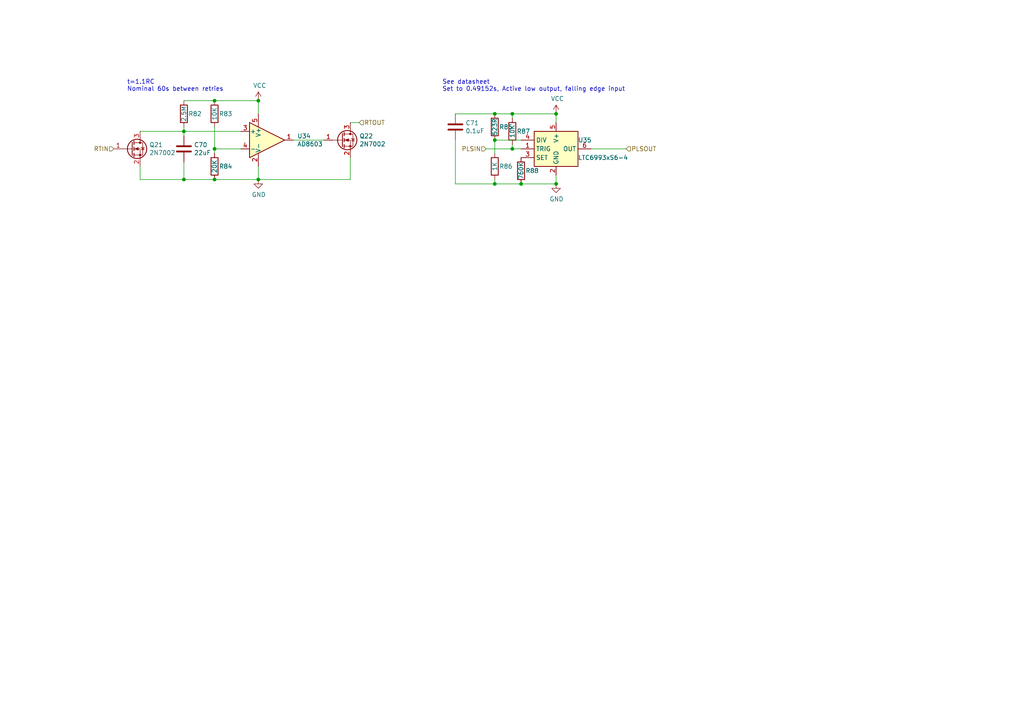
<source format=kicad_sch>
(kicad_sch (version 20211123) (generator eeschema)
  (paper "A4")
  (title_block (title "TJ Custom EPS") (rev "0.1") (company "TJHSST Nanosatellite Club") (comment 4 "Engineer: Alan Hsu"))
  (lib_symbols
    (symbol "Amplifier_Operational:AD8603" (pin_names (offset 0.127))
      (property "Reference" "U" (at 0 5.08 0))
      (property "Value" "AD8603" (at 0 -5.08 0))
      (symbol "AD8603_0_1"
        (polyline (pts (xy -5.08 5.08) (xy 5.08 0) (xy -5.08 -5.08) (xy -5.08 5.08)) (stroke (width 0.254)) (fill (type background)))
        (pin power_in line (at -2.54 -7.62 90) (length 3.81) (name "V-") (number "2"))
        (pin power_in line (at -2.54 7.62 270) (length 3.81) (name "V+") (number "5"))
      )
      (symbol "AD8603_1_1"
        (pin output line (at 7.62 0 180) (length 2.54) (name "~") (number "1"))
        (pin input line (at -7.62 2.54 0) (length 2.54) (name "+") (number "3"))
        (pin input line (at -7.62 -2.54 0) (length 2.54) (name "-") (number "4"))
      )
    )
    (symbol "Device:C" (pin_numbers hide) (pin_names (offset 0.254))
      (property "Reference" "C" (at 0.635 2.54 0))
      (property "Value" "C" (at 0.635 -2.54 0))
      (symbol "C_0_1"
        (polyline (pts (xy -2.032 -0.762) (xy 2.032 -0.762)) (stroke (width 0.508)))
        (polyline (pts (xy -2.032 0.762) (xy 2.032 0.762)) (stroke (width 0.508)))
      )
      (symbol "C_1_1"
        (pin passive line (at 0 3.81 270) (length 2.794) (name "~") (number "1"))
        (pin passive line (at 0 -3.81 90) (length 2.794) (name "~") (number "2"))
      )
    )
    (symbol "Device:R" (pin_numbers hide) (pin_names (offset 0))
      (property "Reference" "R" (at 2.032 0 90))
      (property "Value" "R" (at 0 0 90))
      (symbol "R_0_1"
        (rectangle (start -1.016 -2.54) (end 1.016 2.54) (stroke (width 0.254)))
      )
      (symbol "R_1_1"
        (pin passive line (at 0 3.81 270) (length 1.27) (name "~") (number "1"))
        (pin passive line (at 0 -3.81 90) (length 1.27) (name "~") (number "2"))
      )
    )
    (symbol "Timer:LTC6993xS6-4"
      (property "Reference" "U" (at -5.08 6.35 0))
      (property "Value" "LTC6993xS6-4" (at 7.62 6.35 0))
      (symbol "LTC6993xS6-4_0_1"
        (rectangle (start -6.35 5.08) (end 6.35 -5.08) (stroke (width 0.254)) (fill (type background)))
      )
      (symbol "LTC6993xS6-4_1_1"
        (pin input line (at -10.16 0 0) (length 3.81) (name "TRIG") (number "1"))
        (pin power_in line (at 0 -7.62 90) (length 2.54) (name "GND") (number "2"))
        (pin passive line (at -10.16 -2.54 0) (length 3.81) (name "SET") (number "3"))
        (pin input line (at -10.16 2.54 0) (length 3.81) (name "DIV") (number "4"))
        (pin power_in line (at 0 7.62 270) (length 2.54) (name "V+") (number "5"))
        (pin output line (at 10.16 0 180) (length 3.81) (name "OUT") (number "6"))
      )
    )
    (symbol "Transistor_FET:2N7002" (pin_names hide)
      (property "Reference" "Q" (at 5.08 1.905 0))
      (property "Value" "2N7002" (at 5.08 0 0))
      (symbol "2N7002_0_1"
        (polyline (pts (xy 0.254 0) (xy -2.54 0)))
        (polyline (pts (xy 0.254 1.905) (xy 0.254 -1.905)) (stroke (width 0.254)))
        (polyline (pts (xy 0.762 -1.27) (xy 0.762 -2.286)) (stroke (width 0.254)))
        (polyline (pts (xy 0.762 0.508) (xy 0.762 -0.508)) (stroke (width 0.254)))
        (polyline (pts (xy 0.762 2.286) (xy 0.762 1.27)) (stroke (width 0.254)))
        (polyline (pts (xy 2.54 2.54) (xy 2.54 1.778)))
        (polyline (pts (xy 2.54 -2.54) (xy 2.54 0) (xy 0.762 0)))
        (polyline (pts (xy 0.762 -1.778) (xy 3.302 -1.778) (xy 3.302 1.778) (xy 0.762 1.778)))
        (polyline (pts (xy 1.016 0) (xy 2.032 0.381) (xy 2.032 -0.381) (xy 1.016 0)) (fill (type outline)))
        (polyline (pts (xy 2.794 0.508) (xy 2.921 0.381) (xy 3.683 0.381) (xy 3.81 0.254)))
        (polyline (pts (xy 3.302 0.381) (xy 2.921 -0.254) (xy 3.683 -0.254) (xy 3.302 0.381)))
        (circle (center 1.651 0) (radius 2.794) (stroke (width 0.254)))
        (circle (center 2.54 -1.778) (radius 0.254) (fill (type outline)))
        (circle (center 2.54 1.778) (radius 0.254) (fill (type outline)))
      )
      (symbol "2N7002_1_1"
        (pin input line (at -5.08 0 0) (length 2.54) (name "G") (number "1"))
        (pin passive line (at 2.54 -5.08 90) (length 2.54) (name "S") (number "2"))
        (pin passive line (at 2.54 5.08 270) (length 2.54) (name "D") (number "3"))
      )
    )
    (symbol "power:GND" (power) (pin_names (offset 0))
      (property "Value" "GND" (at 0 -3.81 0))
      (symbol "GND_0_1"
        (polyline (pts (xy 0 0) (xy 0 -1.27) (xy 1.27 -1.27) (xy 0 -2.54) (xy -1.27 -1.27) (xy 0 -1.27)))
      )
      (symbol "GND_1_1"
        (pin power_in line (at 0 0 270) (length 0) hide (name "GND") (number "1"))
      )
    )
    (symbol "power:VCC" (power) (pin_names (offset 0))
      (property "Value" "VCC" (at 0 3.81 0))
      (symbol "VCC_0_1"
        (polyline (pts (xy -0.762 1.27) (xy 0 2.54)))
        (polyline (pts (xy 0 0) (xy 0 2.54)))
        (polyline (pts (xy 0 2.54) (xy 0.762 1.27)))
      )
      (symbol "VCC_1_1"
        (pin power_in line (at 0 0 90) (length 0) hide (name "VCC") (number "1"))
      )
    )
  )
  (junction (at 143.51 33.02))
  (junction (at 62.23 29.21))
  (junction (at 53.34 38.1))
  (junction (at 62.23 43.18))
  (junction (at 151.13 53.34))
  (junction (at 143.51 40.64))
  (junction (at 53.34 52.07))
  (junction (at 161.29 53.34))
  (junction (at 74.93 52.07))
  (junction (at 148.59 33.02))
  (junction (at 143.51 53.34))
  (junction (at 148.59 43.18))
  (junction (at 74.93 29.21))
  (junction (at 62.23 52.07))
  (junction (at 161.29 33.02))
  (wire (pts (xy 148.59 33.02) (xy 161.29 33.02)))
  (wire (pts (xy 53.34 38.1) (xy 53.34 36.83)))
  (wire (pts (xy 53.34 29.21) (xy 62.23 29.21)))
  (wire (pts (xy 104.14 35.56) (xy 101.6 35.56)))
  (wire (pts (xy 143.51 53.34) (xy 143.51 52.07)))
  (wire (pts (xy 40.64 52.07) (xy 53.34 52.07)))
  (wire (pts (xy 62.23 52.07) (xy 74.93 52.07)))
  (wire (pts (xy 151.13 40.64) (xy 143.51 40.64)))
  (wire (pts (xy 148.59 34.29) (xy 148.59 33.02)))
  (wire (pts (xy 151.13 43.18) (xy 148.59 43.18)))
  (wire (pts (xy 143.51 53.34) (xy 151.13 53.34)))
  (wire (pts (xy 143.51 33.02) (xy 148.59 33.02)))
  (wire (pts (xy 143.51 40.64) (xy 143.51 44.45)))
  (wire (pts (xy 53.34 52.07) (xy 62.23 52.07)))
  (wire (pts (xy 40.64 48.26) (xy 40.64 52.07)))
  (wire (pts (xy 62.23 43.18) (xy 69.85 43.18)))
  (wire (pts (xy 148.59 41.91) (xy 148.59 43.18)))
  (wire (pts (xy 171.45 43.18) (xy 181.61 43.18)))
  (wire (pts (xy 151.13 53.34) (xy 161.29 53.34)))
  (wire (pts (xy 40.64 38.1) (xy 53.34 38.1)))
  (wire (pts (xy 132.08 53.34) (xy 132.08 40.64)))
  (wire (pts (xy 53.34 46.99) (xy 53.34 52.07)))
  (wire (pts (xy 143.51 53.34) (xy 132.08 53.34)))
  (wire (pts (xy 93.98 40.64) (xy 85.09 40.64)))
  (wire (pts (xy 62.23 29.21) (xy 74.93 29.21)))
  (wire (pts (xy 161.29 50.8) (xy 161.29 53.34)))
  (wire (pts (xy 62.23 36.83) (xy 62.23 43.18)))
  (wire (pts (xy 161.29 33.02) (xy 161.29 35.56)))
  (wire (pts (xy 101.6 52.07) (xy 74.93 52.07)))
  (wire (pts (xy 101.6 45.72) (xy 101.6 52.07)))
  (wire (pts (xy 53.34 38.1) (xy 53.34 39.37)))
  (wire (pts (xy 62.23 43.18) (xy 62.23 44.45)))
  (wire (pts (xy 53.34 38.1) (xy 69.85 38.1)))
  (wire (pts (xy 148.59 43.18) (xy 140.97 43.18)))
  (wire (pts (xy 74.93 48.26) (xy 74.93 52.07)))
  (wire (pts (xy 74.93 33.02) (xy 74.93 29.21)))
  (wire (pts (xy 132.08 33.02) (xy 143.51 33.02)))
  (text "See datasheet\nSet to 0.49152s, Active low output, falling edge input" (at 128.27 26.67 0) (effects (font (size 1.27 1.27)) (justify left bottom)))
  (text "t=1.1RC\nNominal 60s between retries" (at 36.83 26.67 0) (effects (font (size 1.27 1.27)) (justify left bottom)))
  (hierarchical_label "RTOUT" (shape input) (at 104.14 35.56 0))
  (hierarchical_label "RTIN" (shape input) (at 33.02 43.18 180))
  (hierarchical_label "PLSOUT" (shape input) (at 181.61 43.18 0))
  (hierarchical_label "PLSIN" (shape input) (at 140.97 43.18 180))
  (symbol (lib_id "Transistor_FET:2N7002") (at 38.1 43.18 0) (unit 1)
    (property "Reference" "Q21" (at 43.2816 42.0116 0) (effects (justify left)))
    (property "Value" "2N7002" (at 43.2816 44.323 0) (effects (justify left)))
    (property "Footprint" "Package_TO_SOT_SMD:SOT-23" (effects hide))
    (property "Datasheet" "https://www.onsemi.com/pub/Collateral/NDS7002A-D.PDF" (effects hide))
  )
  (symbol (lib_id "Amplifier_Operational:AD8603") (at 77.47 40.64 0) (unit 1)
    (property "Reference" "U34" (at 86.2076 39.4716 0) (effects (justify left)))
    (property "Value" "AD8603" (at 86.2076 41.783 0) (effects (justify left)))
    (property "Footprint" "Package_TO_SOT_SMD:TSOT-23-5" (effects hide))
    (property "Datasheet" "https://www.analog.com/media/en/technical-documentation/data-sheets/AD8603_8607_8609.pdf" (effects hide))
  )
  (symbol (lib_id "Transistor_FET:2N7002") (at 99.06 40.64 0) (unit 1)
    (property "Reference" "Q22" (at 104.2416 39.4716 0) (effects (justify left)))
    (property "Value" "2N7002" (at 104.2416 41.783 0) (effects (justify left)))
    (property "Footprint" "Package_TO_SOT_SMD:SOT-23" (effects hide))
    (property "Datasheet" "https://www.onsemi.com/pub/Collateral/NDS7002A-D.PDF" (effects hide))
  )
  (symbol (lib_id "Device:R") (at 62.23 33.02 0) (unit 1)
    (property "Reference" "R83" (at 63.5 33.02 0) (effects (justify left)))
    (property "Value" "10K" (at 62.23 33.02 90))
    (property "Footprint" "Resistor_SMD:R_0805_2012Metric" (effects hide))
  )
  (symbol (lib_id "Device:R") (at 62.23 48.26 0) (unit 1)
    (property "Reference" "R84" (at 63.5 48.26 0) (effects (justify left)))
    (property "Value" "20K" (at 62.23 48.26 90))
    (property "Footprint" "Resistor_SMD:R_0805_2012Metric" (effects hide))
  )
  (symbol (lib_id "power:VCC") (at 74.93 29.21 0) (unit 1)
    (property "Reference" "#PWR0100" (effects hide))
    (property "Value" "VCC" (at 75.311 24.8158 0))
  )
  (symbol (lib_id "Device:R") (at 53.34 33.02 0) (unit 1)
    (property "Reference" "R82" (at 54.61 33.02 0) (effects (justify left)))
    (property "Value" "2.5M" (at 53.34 33.02 90))
    (property "Footprint" "Resistor_SMD:R_0805_2012Metric" (effects hide))
  )
  (symbol (lib_id "Device:C") (at 53.34 43.18 0) (unit 1)
    (property "Reference" "C70" (at 56.261 42.0116 0) (effects (justify left)))
    (property "Value" "22uF" (at 56.261 44.323 0) (effects (justify left)))
    (property "Footprint" "Capacitor_SMD:C_0805_2012Metric" (effects hide))
  )
  (symbol (lib_id "power:GND") (at 74.93 52.07 0) (unit 1)
    (property "Reference" "#PWR0101" (effects hide))
    (property "Value" "GND" (at 75.057 56.4642 0))
  )
  (symbol (lib_id "Timer:LTC6993xS6-4") (at 161.29 43.18 0) (unit 1)
    (property "Reference" "U35" (at 167.64 40.64 0) (effects (justify left)))
    (property "Value" "LTC6993xS6-4" (at 167.64 45.72 0) (effects (justify left)))
    (property "Footprint" "Package_TO_SOT_SMD:TSOT-23-6" (effects hide))
    (property "Datasheet" "https://www.analog.com/media/en/technical-documentation/data-sheets/69931234fc.pdf" (effects hide))
  )
  (symbol (lib_id "power:VCC") (at 161.29 33.02 0) (unit 1)
    (property "Reference" "#PWR0102" (effects hide))
    (property "Value" "VCC" (at 161.671 28.6258 0))
  )
  (symbol (lib_id "Device:R") (at 143.51 48.26 0) (unit 1)
    (property "Reference" "R86" (at 144.78 48.26 0) (effects (justify left)))
    (property "Value" "1K" (at 143.51 48.26 90))
    (property "Footprint" "Resistor_SMD:R_0805_2012Metric" (effects hide))
  )
  (symbol (lib_id "Device:R") (at 143.51 36.83 0) (unit 1)
    (property "Reference" "R85" (at 144.78 36.83 0) (effects (justify left)))
    (property "Value" "523R" (at 143.51 36.83 90))
    (property "Footprint" "Resistor_SMD:R_0805_2012Metric" (effects hide))
  )
  (symbol (lib_id "Device:R") (at 151.13 49.53 0) (unit 1)
    (property "Reference" "R88" (at 152.4 49.53 0) (effects (justify left)))
    (property "Value" "760K" (at 151.13 49.53 90))
    (property "Footprint" "Resistor_SMD:R_0805_2012Metric" (effects hide))
  )
  (symbol (lib_id "Device:C") (at 132.08 36.83 0) (unit 1)
    (property "Reference" "C71" (at 135.001 35.6616 0) (effects (justify left)))
    (property "Value" "0.1uF" (at 135.001 37.973 0) (effects (justify left)))
    (property "Footprint" "Capacitor_SMD:C_0805_2012Metric" (effects hide))
  )
  (symbol (lib_id "Device:R") (at 148.59 38.1 0) (unit 1)
    (property "Reference" "R87" (at 149.86 38.1 0) (effects (justify left)))
    (property "Value" "10K" (at 148.59 38.1 90))
    (property "Footprint" "Resistor_SMD:R_0805_2012Metric" (effects hide))
  )
  (symbol (lib_id "power:GND") (at 161.29 53.34 0) (unit 1)
    (property "Reference" "#PWR0103" (effects hide))
    (property "Value" "GND" (at 161.417 57.7342 0))
  )
)
</source>
